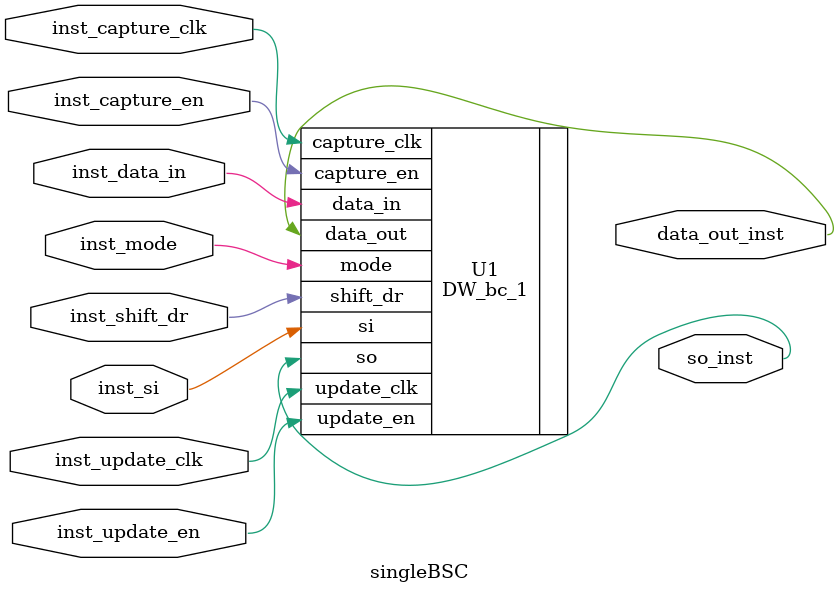
<source format=v>
module singleBSC(inst_capture_clk, inst_update_clk, inst_capture_en,
                    inst_update_en, inst_shift_dr, inst_mode, inst_si,
                    inst_data_in, data_out_inst, so_inst );

  input inst_capture_clk;
  input inst_update_clk;
  input inst_capture_en;
  input inst_update_en;
  input inst_shift_dr;
  input inst_mode;
  input inst_si;
  input inst_data_in;
  output data_out_inst;
  output so_inst;

  // Instance of DW_bc_1
  DW_bc_1 
    U1 (.capture_clk(inst_capture_clk),   .update_clk(inst_update_clk),
        .capture_en(inst_capture_en),   .update_en(inst_update_en),
        .shift_dr(inst_shift_dr),   .mode(inst_mode),   .si(inst_si),
        .data_in(inst_data_in),   .data_out(data_out_inst),   .so(so_inst) );
endmodule

</source>
